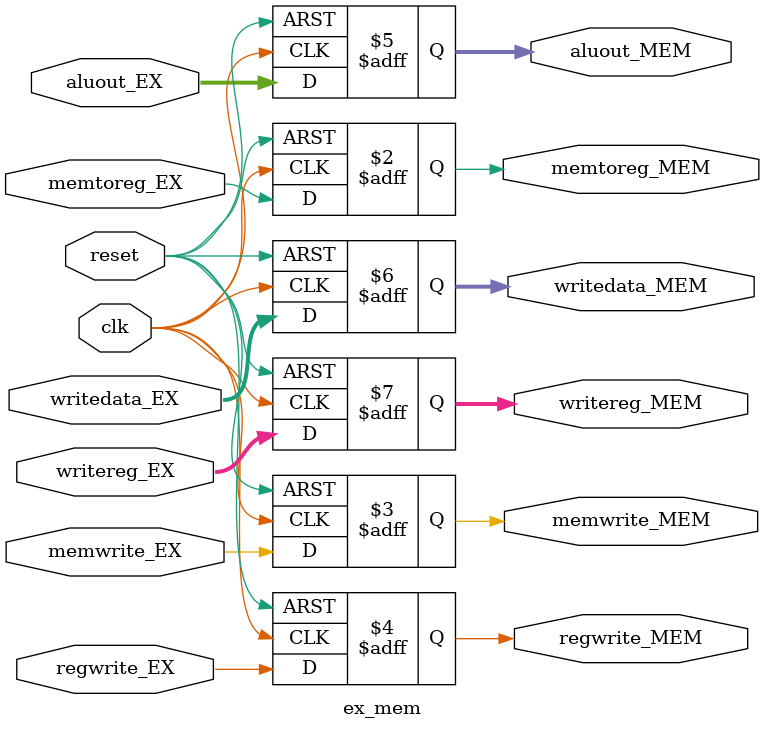
<source format=sv>
module ex_mem(
    input  logic        clk,
    input  logic        reset,
    // Control in
    input  logic        memtoreg_EX,
    input  logic        memwrite_EX,
    input  logic        regwrite_EX,
    // Data in
    input  logic [31:0] aluout_EX,
    input  logic [31:0] writedata_EX,
    input  logic [4:0]  writereg_EX,
    // Control out
    output logic        memtoreg_MEM,
    output logic        memwrite_MEM,
    output logic        regwrite_MEM,
    // Data out
    output logic [31:0] aluout_MEM,
    output logic [31:0] writedata_MEM,
    output logic [4:0]  writereg_MEM
);

    always_ff @(posedge clk or posedge reset) begin
        if (reset) begin
            memtoreg_MEM  <= '0;
            memwrite_MEM  <= '0;
            regwrite_MEM  <= '0;
            aluout_MEM    <= '0;
            writedata_MEM <= '0;
            writereg_MEM  <= '0;
        end else begin
            memtoreg_MEM  <= memtoreg_EX;
            memwrite_MEM  <= memwrite_EX;
            regwrite_MEM  <= regwrite_EX;
            aluout_MEM    <= aluout_EX;
            writedata_MEM <= writedata_EX;
            writereg_MEM  <= writereg_EX;
        end
    end
endmodule

</source>
